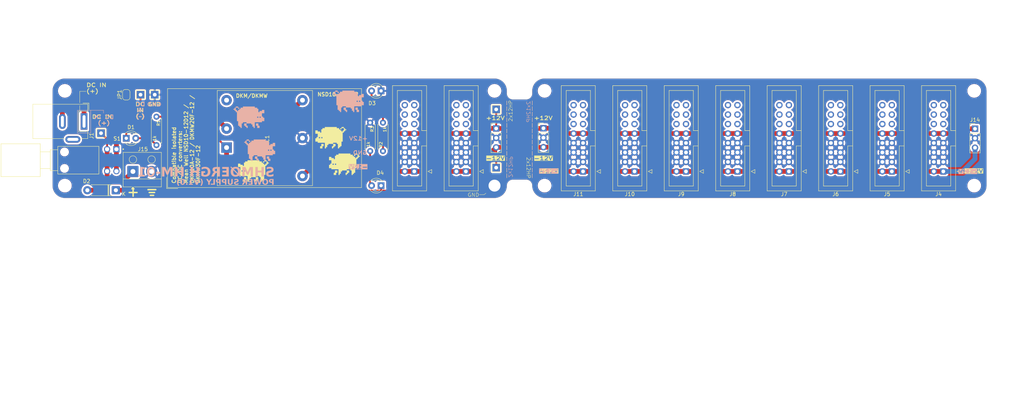
<source format=kicad_pcb>
(kicad_pcb (version 20241229) (generator "pcbnew") (generator_version "9.0")
  (layers (0 "F.Cu" signal) (2 "B.Cu" signal) (13 "F.Paste" user) (15 "B.Paste" user) (5 "F.SilkS" user "F.Silkscreen") (7 "B.SilkS" user "B.Silkscreen") (1 "F.Mask" user) (3 "B.Mask" user) (25 "Edge.Cuts" user))
  (net 0 "")
  (net 1 "DC_IN_-")
  (net 2 "Net-(D1-A)")
  (net 3 "GND")
  (net 4 "+12V")
  (net 5 "DC_IN_+")
  (net 7 "-12V")
  (net 9 "Net-(J1-Pad1)")
  (net 70 "Net-(D2-A)")
  (net 71 "Net-(D3-A)")
  (net 72 "Net-(D4-A)")
  (footprint "Shmoergh_Custom_Footprints:Converter_DCDC_MeanWell_NSD10_DKMW_THT" (layer "F.Cu") (at 73.58 98.5025 90)
    (property "Reference" "IC1" (at 2.1095 10.875 90) (layer "F.SilkS"))
    (property "Value" "ISOLATED_DC-DC_CONV")
    (fp_text user "DKM/DKMW" (at 13.2855 2.366 0) (layer "F.SilkS") (effects (font (thickness 0.2) (bold yes)) (justify left bottom)))
    (fp_text user "NSD10-12D12" (at 13.6665 24.21 0) (layer "F.SilkS") (effects (font (thickness 0.2) (bold yes)) (justify left bottom)))
    (pad "1" thru_hole rect (at 0 0 90) (size 2.8 2.8) (drill 1.3) (layers "*.Cu" "*.Mask") (net 5 "DC_IN_+"))
    (pad "2" thru_hole circle (at 5.08 0 90) (size 2.8 2.8) (drill 1.3) (layers "*.Cu" "*.Mask") (net 1 "DC_IN_-"))
    (pad "3" thru_hole circle (at -7.62 20.32 90) (size 2.8 2.8) (drill 1.3) (layers "*.Cu" "*.Mask") (net 4 "+12V"))
    (pad "4" thru_hole circle (at 2.54 20.32 90) (size 2.8 2.8) (drill 1.3) (layers "*.Cu" "*.Mask") (net 3 "GND"))
    (pad "5" thru_hole circle (at 12.7 20.32 90) (size 2.8 2.8) (drill 1.3) (layers "*.Cu" "*.Mask") (net 7 "-12V"))
    (pad "6" thru_hole circle (at 12.7 0 90) (size 2.8 2.8) (drill 1.3) (layers "*.Cu" "*.Mask"))
  )
  (footprint "MountingHole:MountingHole_3.2mm_M3_DIN965" (layer "F.Cu") (at 273.7 108.7)
    (property "Reference" "H6" (hide yes))
    (property "Value" "MountingHole")
    (pad "" np_thru_hole circle (at 0 0) (size 3.2 3.2) (drill 3.2) (layers "*.Cu" "*.Mask"))
  )
  (footprint "Connector_IDC:IDC-Header_2x08_P2.54mm_Vertical" (layer "F.Cu") (at 210.327143 104.89 180)
    (property "Reference" "J8" (at 1.27 -6.1 0) (layer "F.SilkS"))
    (property "Value" "Conn_02x08_Odd_Even")
    (pad "1" thru_hole roundrect (at 0 0 180) (size 1.7 1.7) (drill 1) (layers "*.Cu" "*.Mask") (roundrect_rratio 0.147059) (net 7 "-12V"))
    (pad "2" thru_hole circle (at 2.54 0 180) (size 1.7 1.7) (drill 1) (layers "*.Cu" "*.Mask") (net 7 "-12V"))
    (pad "3" thru_hole circle (at 0 2.54 180) (size 1.7 1.7) (drill 1) (layers "*.Cu" "*.Mask") (net 3 "GND"))
    (pad "4" thru_hole circle (at 2.54 2.54 180) (size 1.7 1.7) (drill 1) (layers "*.Cu" "*.Mask") (net 3 "GND"))
    (pad "5" thru_hole circle (at 0 5.08 180) (size 1.7 1.7) (drill 1) (layers "*.Cu" "*.Mask") (net 3 "GND"))
    (pad "6" thru_hole circle (at 2.54 5.08 180) (size 1.7 1.7) (drill 1) (layers "*.Cu" "*.Mask") (net 3 "GND"))
    (pad "7" thru_hole circle (at 0 7.62 180) (size 1.7 1.7) (drill 1) (layers "*.Cu" "*.Mask") (net 3 "GND"))
    (pad "8" thru_hole circle (at 2.54 7.62 180) (size 1.7 1.7) (drill 1) (layers "*.Cu" "*.Mask") (net 3 "GND"))
    (pad "9" thru_hole circle (at 0 10.16 180) (size 1.7 1.7) (drill 1) (layers "*.Cu" "*.Mask") (net 4 "+12V"))
    (pad "10" thru_hole circle (at 2.54 10.16 180) (size 1.7 1.7) (drill 1) (layers "*.Cu" "*.Mask") (net 4 "+12V"))
    (pad "11" thru_hole circle (at 0 12.7 180) (size 1.7 1.7) (drill 1) (layers "*.Cu" "*.Mask"))
    (pad "12" thru_hole circle (at 2.54 12.7 180) (size 1.7 1.7) (drill 1) (layers "*.Cu" "*.Mask"))
    (pad "13" thru_hole circle (at 0 15.24 180) (size 1.7 1.7) (drill 1) (layers "*.Cu" "*.Mask"))
    (pad "14" thru_hole circle (at 2.54 15.24 180) (size 1.7 1.7) (drill 1) (layers "*.Cu" "*.Mask"))
    (pad "15" thru_hole circle (at 0 17.78 180) (size 1.7 1.7) (drill 1) (layers "*.Cu" "*.Mask"))
    (pad "16" thru_hole circle (at 2.54 17.78 180) (size 1.7 1.7) (drill 1) (layers "*.Cu" "*.Mask"))
  )
  (footprint "Connector_PinHeader_2.54mm:PinHeader_1x03_P2.54mm_Vertical" (layer "F.Cu") (at 273.9136 93.46)
    (property "Reference" "J14" (at 0 -2.38 0) (layer "F.SilkS"))
    (property "Value" "Conn_01x03")
    (pad "1" thru_hole rect (at 0 0) (size 1.7 1.7) (drill 1) (layers "*.Cu" "*.Mask") (net 4 "+12V"))
    (pad "2" thru_hole circle (at 0 2.54) (size 1.7 1.7) (drill 1) (layers "*.Cu" "*.Mask") (net 3 "GND"))
    (pad "3" thru_hole circle (at 0 5.08) (size 1.7 1.7) (drill 1) (layers "*.Cu" "*.Mask") (net 7 "-12V"))
  )
  (footprint "Shmoergh_Custom_Footprints:R_Axial_DIN0207_L6.3mm_D2.5mm_P7.62mm_Horizontal" (layer "F.Cu") (at 115.443 99.441 90)
    (property "Reference" "R2" (at 0.85 -0.55 90) (layer "F.SilkS") (effects (font (size 0.8 0.8)) (justify left)))
    (property "Value" "1k" (at 6.6 0.5 90) (layer "F.SilkS") (effects (font (size 0.8 0.8)) (justify right)))
    (pad "1" thru_hole circle (at 0 0 90) (size 1.6 1.6) (drill 0.8) (layers "*.Cu" "*.Mask") (net 4 "+12V"))
    (pad "2" thru_hole oval (at 7.62 0 90) (size 1.6 1.6) (drill 0.8) (layers "*.Cu" "*.Mask") (net 71 "Net-(D3-A)"))
  )
  (footprint "Shmoergh_Custom_Footprints:R_Axial_DIN0207_L6.3mm_D2.5mm_P7.62mm_Horizontal" (layer "F.Cu") (at 54.8132 90.2208 -90)
    (property "Reference" "R1" (at 0.85 -0.55 90) (layer "F.SilkS") (effects (font (size 0.8 0.8)) (justify right)))
    (property "Value" "1k" (at 6.6 0.5 90) (layer "F.SilkS") (effects (font (size 0.8 0.8)) (justify left)))
    (pad "1" thru_hole circle (at 0 0 270) (size 1.6 1.6) (drill 0.8) (layers "*.Cu" "*.Mask") (net 5 "DC_IN_+"))
    (pad "2" thru_hole oval (at 7.62 0 270) (size 1.6 1.6) (drill 0.8) (layers "*.Cu" "*.Mask") (net 2 "Net-(D1-A)"))
  )
  (footprint "Shmoergh_Logo:Gyeszno" (layer "F.Cu") (at 80.772 104.775)
    (property "Reference" "G***" (hide yes))
    (property "Value" "LOGO" (hide yes))
  )
  (footprint "MountingHole:MountingHole_3.2mm_M3_DIN965" (layer "F.Cu") (at 273.7 83.3)
    (property "Reference" "H2" (hide yes))
    (property "Value" "MountingHole")
    (pad "" np_thru_hole circle (at 0 0) (size 3.2 3.2) (drill 3.2) (layers "*.Cu" "*.Mask"))
  )
  (footprint "MountingHole:MountingHole_3.2mm_M3_DIN965_Pad" (layer "F.Cu") (at 145.3 108.7)
    (property "Reference" "H9" (hide yes))
    (property "Value" "MountingHole_Pad")
    (pad "1" thru_hole circle (at 0 0) (size 5.6 5.6) (drill 3.2) (layers "*.Cu" "*.Mask") (net 3 "GND"))
  )
  (footprint "Connector_BarrelJack:BarrelJack_Wuerth_6941xx301002" (layer "F.Cu") (at 35.432 91.5 -90)
    (property "Reference" "J1" (at 3.8516 -2.0076 270) (layer "F.SilkS"))
    (property "Value" "Barrel_Jack_Switch")
    (pad "1" thru_hole rect (at 0 0 270) (size 4.4 1.8) (drill oval 3.4 0.8) (layers "*.Cu" "*.Mask") (net 9 "Net-(J1-Pad1)"))
    (pad "2" thru_hole oval (at 0 5.8 270) (size 4 1.8) (drill oval 3 0.8) (layers "*.Cu" "*.Mask") (net 1 "DC_IN_-"))
    (pad "3" thru_hole oval (at 4.8 3) (size 4 1.8) (drill oval 3 0.8) (layers "*.Cu" "*.Mask"))
  )
  (footprint "LED_THT:LED_D3.0mm" (layer "F.Cu") (at 114.935 83.3 180)
    (property "Reference" "D3" (at 2.413 -3.314 0) (layer "F.SilkS"))
    (property "Value" "LED")
    (pad "1" thru_hole rect (at 0 0 180) (size 1.8 1.8) (drill 0.9) (layers "*.Cu" "*.Mask") (net 3 "GND"))
    (pad "2" thru_hole circle (at 2.54 0 180) (size 1.8 1.8) (drill 0.9) (layers "*.Cu" "*.Mask") (net 71 "Net-(D3-A)"))
  )
  (footprint "Connector_IDC:IDC-Header_2x08_P2.54mm_Vertical" (layer "F.Cu") (at 224.102857 104.89 180)
    (property "Reference" "J7" (at 1.27 -6.1 0) (layer "F.SilkS"))
    (property "Value" "Conn_02x08_Odd_Even")
    (pad "1" thru_hole roundrect (at 0 0 180) (size 1.7 1.7) (drill 1) (layers "*.Cu" "*.Mask") (roundrect_rratio 0.147059) (net 7 "-12V"))
    (pad "2" thru_hole circle (at 2.54 0 180) (size 1.7 1.7) (drill 1) (layers "*.Cu" "*.Mask") (net 7 "-12V"))
    (pad "3" thru_hole circle (at 0 2.54 180) (size 1.7 1.7) (drill 1) (layers "*.Cu" "*.Mask") (net 3 "GND"))
    (pad "4" thru_hole circle (at 2.54 2.54 180) (size 1.7 1.7) (drill 1) (layers "*.Cu" "*.Mask") (net 3 "GND"))
    (pad "5" thru_hole circle (at 0 5.08 180) (size 1.7 1.7) (drill 1) (layers "*.Cu" "*.Mask") (net 3 "GND"))
    (pad "6" thru_hole circle (at 2.54 5.08 180) (size 1.7 1.7) (drill 1) (layers "*.Cu" "*.Mask") (net 3 "GND"))
    (pad "7" thru_hole circle (at 0 7.62 180) (size 1.7 1.7) (drill 1) (layers "*.Cu" "*.Mask") (net 3 "GND"))
    (pad "8" thru_hole circle (at 2.54 7.62 180) (size 1.7 1.7) (drill 1) (layers "*.Cu" "*.Mask") (net 3 "GND"))
    (pad "9" thru_hole circle (at 0 10.16 180) (size 1.7 1.7) (drill 1) (layers "*.Cu" "*.Mask") (net 4 "+12V"))
    (pad "10" thru_hole circle (at 2.54 10.16 180) (size 1.7 1.7) (drill 1) (layers "*.Cu" "*.Mask") (net 4 "+12V"))
    (pad "11" thru_hole circle (at 0 12.7 180) (size 1.7 1.7) (drill 1) (layers "*.Cu" "*.Mask"))
    (pad "12" thru_hole circle (at 2.54 12.7 180) (size 1.7 1.7) (drill 1) (layers "*.Cu" "*.Mask"))
    (pad "13" thru_hole circle (at 0 15.24 180) (size 1.7 1.7) (drill 1) (layers "*.Cu" "*.Mask"))
    (pad "14" thru_hole circle (at 2.54 15.24 180) (size 1.7 1.7) (drill 1) (layers "*.Cu" "*.Mask"))
    (pad "15" thru_hole circle (at 0 17.78 180) (size 1.7 1.7) (drill 1) (layers "*.Cu" "*.Mask"))
    (pad "16" thru_hole circle (at 2.54 17.78 180) (size 1.7 1.7) (drill 1) (layers "*.Cu" "*.Mask"))
  )
  (footprint "LED_THT:LED_D3.0mm" (layer "F.Cu") (at 46.73 96)
    (property "Reference" "D1" (at 1.27 -2.96 0) (layer "F.SilkS"))
    (property "Value" "LED")
    (pad "1" thru_hole rect (at 0 0) (size 1.8 1.8) (drill 0.9) (layers "*.Cu" "*.Mask") (net 1 "DC_IN_-"))
    (pad "2" thru_hole circle (at 2.54 0) (size 1.8 1.8) (drill 0.9) (layers "*.Cu" "*.Mask") (net 2 "Net-(D1-A)"))
  )
  (footprint "Diode_THT:D_DO-41_SOD81_P7.62mm_Horizontal" (layer "F.Cu") (at 43.942 109.9312 180)
    (property "Reference" "D2" (at 7.8232 2.4384 0) (layer "F.SilkS"))
    (property "Value" "1N4001")
    (fp_text user "K" (at -2.1336 -1.016 0) (layer "F.SilkS"))
    (pad "1" thru_hole roundrect (at 0 0 180) (size 2.2 2.2) (drill 1.1) (layers "*.Cu" "*.Mask") (roundrect_rratio 0.113636) (net 5 "DC_IN_+"))
    (pad "2" thru_hole circle (at 7.62 0 180) (size 2.2 2.2) (drill 1.1) (layers "*.Cu" "*.Mask") (net 70 "Net-(D2-A)"))
  )
  (footprint "Shmoergh_Logo:Gyeszno" (layer "F.Cu") (at 101.473 95.8596)
    (property "Reference" "G***" (hide yes))
    (property "Value" "LOGO" (hide yes))
  )
  (footprint "Connector_IDC:IDC-Header_2x08_P2.54mm_Vertical" (layer "F.Cu") (at 196.551429 104.89 180)
    (property "Reference" "J9" (at 1.27 -6.1 0) (layer "F.SilkS"))
    (property "Value" "Conn_02x08_Odd_Even")
    (pad "1" thru_hole roundrect (at 0 0 180) (size 1.7 1.7) (drill 1) (layers "*.Cu" "*.Mask") (roundrect_rratio 0.147059) (net 7 "-12V"))
    (pad "2" thru_hole circle (at 2.54 0 180) (size 1.7 1.7) (drill 1) (layers "*.Cu" "*.Mask") (net 7 "-12V"))
    (pad "3" thru_hole circle (at 0 2.54 180) (size 1.7 1.7) (drill 1) (layers "*.Cu" "*.Mask") (net 3 "GND"))
    (pad "4" thru_hole circle (at 2.54 2.54 180) (size 1.7 1.7) (drill 1) (layers "*.Cu" "*.Mask") (net 3 "GND"))
    (pad "5" thru_hole circle (at 0 5.08 180) (size 1.7 1.7) (drill 1) (layers "*.Cu" "*.Mask") (net 3 "GND"))
    (pad "6" thru_hole circle (at 2.54 5.08 180) (size 1.7 1.7) (drill 1) (layers "*.Cu" "*.Mask") (net 3 "GND"))
    (pad "7" thru_hole circle (at 0 7.62 180) (size 1.7 1.7) (drill 1) (layers "*.Cu" "*.Mask") (net 3 "GND"))
    (pad "8" thru_hole circle (at 2.54 7.62 180) (size 1.7 1.7) (drill 1) (layers "*.Cu" "*.Mask") (net 3 "GND"))
    (pad "9" thru_hole circle (at 0 10.16 180) (size 1.7 1.7) (drill 1) (layers "*.Cu" "*.Mask") (net 4 "+12V"))
    (pad "10" thru_hole circle (at 2.54 10.16 180) (size 1.7 1.7) (drill 1) (layers "*.Cu" "*.Mask") (net 4 "+12V"))
    (pad "11" thru_hole circle (at 0 12.7 180) (size 1.7 1.7) (drill 1) (layers "*.Cu" "*.Mask"))
    (pad "12" thru_hole circle (at 2.54 12.7 180) (size 1.7 1.7) (drill 1) (layers "*.Cu" "*.Mask"))
    (pad "13" thru_hole circle (at 0 15.24 180) (size 1.7 1.7) (drill 1) (layers "*.Cu" "*.Mask"))
    (pad "14" thru_hole circle (at 2.54 15.24 180) (size 1.7 1.7) (drill 1) (layers "*.Cu" "*.Mask"))
    (pad "15" thru_hole circle (at 0 17.78 180) (size 1.7 1.7) (drill 1) (layers "*.Cu" "*.Mask"))
    (pad "16" thru_hole circle (at 2.54 17.78 180) (size 1.7 1.7) (drill 1) (layers "*.Cu" "*.Mask"))
  )
  (footprint "Shmoergh_Custom_Footprints:R_Axial_DIN0207_L6.3mm_D2.5mm_P7.62mm_Horizontal" (layer "F.Cu") (at 112.014 91.821 -90)
    (property "Reference" "R3" (at 0.85 -0.55 90) (layer "F.SilkS") (effects (font (size 0.8 0.8)) (justify right)))
    (property "Value" "1k" (at 6.6 0.5 90) (layer "F.SilkS") (effects (font (size 0.8 0.8)) (justify left)))
    (pad "1" thru_hole circle (at 0 0 270) (size 1.6 1.6) (drill 0.8) (layers "*.Cu" "*.Mask") (net 3 "GND"))
    (pad "2" thru_hole oval (at 7.62 0 270) (size 1.6 1.6) (drill 0.8) (layers "*.Cu" "*.Mask") (net 72 "Net-(D4-A)"))
  )
  (footprint "TestPoint:TestPoint_THTPad_2.0x2.0mm_Drill1.0mm" (layer "F.Cu") (at 50.546 84.328)
    (property "Reference" "TP2" (hide yes))
    (property "Value" "TestPoint")
    (pad "1" thru_hole rect (at 0 0) (size 2 2) (drill 1) (layers "*.Cu" "*.Mask") (net 1 "DC_IN_-"))
  )
  (footprint "MountingHole:MountingHole_3.2mm_M3_DIN965" (layer "F.Cu") (at 145.3 83.3)
    (property "Reference" "H5" (hide yes))
    (property "Value" "MountingHole")
    (pad "" np_thru_hole circle (at 0 0) (size 3.2 3.2) (drill 3.2) (layers "*.Cu" "*.Mask"))
  )
  (footprint "TestPoint:TestPoint_THTPad_2.0x2.0mm_Drill1.0mm" (layer "F.Cu") (at 145.7452 88.265)
    (property "Reference" "TP4" (hide yes))
    (property "Value" "TestPoint")
    (pad "1" thru_hole rect (at 0 0) (size 2 2) (drill 1) (layers "*.Cu" "*.Mask") (net 4 "+12V"))
  )
  (footprint "Connector_IDC:IDC-Header_2x08_P2.54mm_Vertical" (layer "F.Cu") (at 237.878571 104.89 180)
    (property "Reference" "J6" (at 1.27 -6.1 0) (layer "F.SilkS"))
    (property "Value" "Conn_02x08_Odd_Even")
    (pad "1" thru_hole roundrect (at 0 0 180) (size 1.7 1.7) (drill 1) (layers "*.Cu" "*.Mask") (roundrect_rratio 0.147059) (net 7 "-12V"))
    (pad "2" thru_hole circle (at 2.54 0 180) (size 1.7 1.7) (drill 1) (layers "*.Cu" "*.Mask") (net 7 "-12V"))
    (pad "3" thru_hole circle (at 0 2.54 180) (size 1.7 1.7) (drill 1) (layers "*.Cu" "*.Mask") (net 3 "GND"))
    (pad "4" thru_hole circle (at 2.54 2.54 180) (size 1.7 1.7) (drill 1) (layers "*.Cu" "*.Mask") (net 3 "GND"))
    (pad "5" thru_hole circle (at 0 5.08 180) (size 1.7 1.7) (drill 1) (layers "*.Cu" "*.Mask") (net 3 "GND"))
    (pad "6" thru_hole circle (at 2.54 5.08 180) (size 1.7 1.7) (drill 1) (layers "*.Cu" "*.Mask") (net 3 "GND"))
    (pad "7" thru_hole circle (at 0 7.62 180) (size 1.7 1.7) (drill 1) (layers "*.Cu" "*.Mask") (net 3 "GND"))
    (pad "8" thru_hole circle (at 2.54 7.62 180) (size 1.7 1.7) (drill 1) (layers "*.Cu" "*.Mask") (net 3 "GND"))
    (pad "9" thru_hole circle (at 0 10.16 180) (size 1.7 1.7) (drill 1) (layers "*.Cu" "*.Mask") (net 4 "+12V"))
    (pad "10" thru_hole circle (at 2.54 10.16 180) (size 1.7 1.7) (drill 1) (layers "*.Cu" "*.Mask") (net 4 "+12V"))
    (pad "11" thru_hole circle (at 0 12.7 180) (size 1.7 1.7) (drill 1) (layers "*.Cu" "*.Mask"))
    (pad "12" thru_hole circle (at 2.54 12.7 180) (size 1.7 1.7) (drill 1) (layers "*.Cu" "*.Mask"))
    (pad "13" thru_hole circle (at 0 15.24 180) (size 1.7 1.7) (drill 1) (layers "*.Cu" "*.Mask"))
    (pad "14" thru_hole circle (at 2.54 15.24 180) (size 1.7 1.7) (drill 1) (layers "*.Cu" "*.Mask"))
    (pad "15" thru_hole circle (at 0 17.78 180) (size 1.7 1.7) (drill 1) (layers "*.Cu" "*.Mask"))
    (pad "16" thru_hole circle (at 2.54 17.78 180) (size 1.7 1.7) (drill 1) (layers "*.Cu" "*.Mask"))
  )
  (footprint "Connector_IDC:IDC-Header_2x08_P2.54mm_Vertical" (layer "F.Cu") (at 169 104.89 180)
    (property "Reference" "J11" (at 1.27 -6.1 0) (layer "F.SilkS"))
    (property "Value" "Conn_02x08_Odd_Even")
    (pad "1" thru_hole roundrect (at 0 0 180) (size 1.7 1.7) (drill 1) (layers "*.Cu" "*.Mask") (roundrect_rratio 0.147059) (net 7 "-12V"))
    (pad "2" thru_hole circle (at 2.54 0 180) (size 1.7 1.7) (drill 1) (layers "*.Cu" "*.Mask") (net 7 "-12V"))
    (pad "3" thru_hole circle (at 0 2.54 180) (size 1.7 1.7) (drill 1) (layers "*.Cu" "*.Mask") (net 3 "GND"))
    (pad "4" thru_hole circle (at 2.54 2.54 180) (size 1.7 1.7) (drill 1) (layers "*.Cu" "*.Mask") (net 3 "GND"))
    (pad "5" thru_hole circle (at 0 5.08 180) (size 1.7 1.7) (drill 1) (layers "*.Cu" "*.Mask") (net 3 "GND"))
    (pad "6" thru_hole circle (at 2.54 5.08 180) (size 1.7 1.7) (drill 1) (layers "*.Cu" "*.Mask") (net 3 "GND"))
    (pad "7" thru_hole circle (at 0 7.62 180) (size 1.7 1.7) (drill 1) (layers "*.Cu" "*.Mask") (net 3 "GND"))
    (pad "8" thru_hole circle (at 2.54 7.62 180) (size 1.7 1.7) (drill 1) (layers "*.Cu" "*.Mask") (net 3 "GND"))
    (pad "9" thru_hole circle (at 0 10.16 180) (size 1.7 1.7) (drill 1) (layers "*.Cu" "*.Mask") (net 4 "+12V"))
    (pad "10" thru_hole circle (at 2.54 10.16 180) (size 1.7 1.7) (drill 1) (layers "*.Cu" "*.Mask") (net 4 "+12V"))
    (pad "11" thru_hole circle (at 0 12.7 180) (size 1.7 1.7) (drill 1) (layers "*.Cu" "*.Mask"))
    (pad "12" thru_hole circle (at 2.54 12.7 180) (size 1.7 1.7) (drill 1) (layers "*.Cu" "*.Mask"))
    (pad "13" thru_hole circle (at 0 15.24 180) (size 1.7 1.7) (drill 1) (layers "*.Cu" "*.Mask"))
    (pad "14" thru_hole circle (at 2.54 15.24 180) (size 1.7 1.7) (drill 1) (layers "*.Cu" "*.Mask"))
    (pad "15" thru_hole circle (at 0 17.78 180) (size 1.7 1.7) (drill 1) (layers "*.Cu" "*.Mask"))
    (pad "16" thru_hole circle (at 2.54 17.78 180) (size 1.7 1.7) (drill 1) (layers "*.Cu" "*.Mask"))
  )
  (footprint "Connector_IDC:IDC-Header_2x08_P2.54mm_Vertical" (layer "F.Cu") (at 182.775714 104.89 180)
    (property "Reference" "J10" (at 1.27 -6.1 0) (layer "F.SilkS"))
    (property "Value" "Conn_02x08_Odd_Even")
    (pad "1" thru_hole roundrect (at 0 0 180) (size 1.7 1.7) (drill 1) (layers "*.Cu" "*.Mask") (roundrect_rratio 0.147059) (net 7 "-12V"))
    (pad "2" thru_hole circle (at 2.54 0 180) (size 1.7 1.7) (drill 1) (layers "*.Cu" "*.Mask") (net 7 "-12V"))
    (pad "3" thru_hole circle (at 0 2.54 180) (size 1.7 1.7) (drill 1) (layers "*.Cu" "*.Mask") (net 3 "GND"))
    (pad "4" thru_hole circle (at 2.54 2.54 180) (size 1.7 1.7) (drill 1) (layers "*.Cu" "*.Mask") (net 3 "GND"))
    (pad "5" thru_hole circle (at 0 5.08 180) (size 1.7 1.7) (drill 1) (layers "*.Cu" "*.Mask") (net 3 "GND"))
    (pad "6" thru_hole circle (at 2.54 5.08 180) (size 1.7 1.7) (drill 1) (layers "*.Cu" "*.Mask") (net 3 "GND"))
    (pad "7" thru_hole circle (at 0 7.62 180) (size 1.7 1.7) (drill 1) (layers "*.Cu" "*.Mask") (net 3 "GND"))
    (pad "8" thru_hole circle (at 2.54 7.62 180) (size 1.7 1.7) (drill 1) (layers "*.Cu" "*.Mask") (net 3 "GND"))
    (pad "9" thru_hole circle (at 0 10.16 180) (size 1.7 1.7) (drill 1) (layers "*.Cu" "*.Mask") (net 4 "+12V"))
    (pad "10" thru_hole circle (at 2.54 10.16 180) (size 1.7 1.7) (drill 1) (layers "*.Cu" "*.Mask") (net 4 "+12V"))
    (pad "11" thru_hole circle (at 0 12.7 180) (size 1.7 1.7) (drill 1) (layers "*.Cu" "*.Mask"))
    (pad "12" thru_hole circle (at 2.54 12.7 180) (size 1.7 1.7) (drill 1) (layers "*.Cu" "*.Mask"))
    (pad "13" thru_hole circle (at 0 15.24 180) (size 1.7 1.7) (drill 1) (layers "*.Cu" "*.Mask"))
    (pad "14" thru_hole circle (at 2.54 15.24 180) (size 1.7 1.7) (drill 1) (layers "*.Cu" "*.Mask"))
    (pad "15" thru_hole circle (at 0 17.78 180) (size 1.7 1.7) (drill 1) (layers "*.Cu" "*.Mask"))
    (pad "16" thru_hole circle (at 2.54 17.78 180) (size 1.7 1.7) (drill 1) (layers "*.Cu" "*.Mask"))
  )
  (footprint "Connector_PinHeader_2.54mm:PinHeader_1x03_P2.54mm_Vertical" (layer "F.Cu") (at 145.7452 93.3704)
    (property "Reference" "J12" (hide yes))
    (property "Value" "Conn_01x03")
    (pad "1" thru_hole rect (at 0 0) (size 1.7 1.7) (drill 1) (layers "*.Cu" "*.Mask") (net 4 "+12V"))
    (pad "2" thru_hole circle (at 0 2.54) (size 1.7 1.7) (drill 1) (layers "*.Cu" "*.Mask") (net 3 "GND"))
    (pad "3" thru_hole circle (at 0 5.08) (size 1.7 1.7) (drill 1) (layers "*.Cu" "*.Mask") (net 7 "-12V"))
  )
  (footprint "MountingHole:MountingHole_3.2mm_M3_DIN965" (layer "F.Cu") (at 30.3 108.7)
    (property "Reference" "H4" (hide yes))
    (property "Value" "MountingHole")
    (pad "" np_thru_hole circle (at 0 0) (size 3.2 3.2) (drill 3.2) (layers "*.Cu" "*.Mask"))
  )
  (footprint "TerminalBlock_Altech:Altech_AK100_1x02_P5.00mm" (layer "F.Cu") (at 48.5149 104.9057)
    (property "Reference" "J15" (at 2.6661 -5.9727 0) (layer "F.SilkS"))
    (property "Value" "Screw_Terminal_01x02")
    (pad "1" thru_hole roundrect (at 0 0) (size 3 3) (drill 1.3) (layers "*.Cu" "*.Mask") (roundrect_rratio 0.083333) (net 70 "Net-(D2-A)"))
    (pad "2" thru_hole circle (at 5 0) (size 3 3) (drill 1.3) (layers "*.Cu" "*.Mask") (net 3 "GND"))
  )
  (footprint "Connector_IDC:IDC-Header_2x08_P2.54mm_Vertical" (layer "F.Cu") (at 265.43 104.89 180)
    (property "Reference" "J4" (at 1.27 -6.1 0) (layer "F.SilkS"))
    (property "Value" "Conn_02x08_Odd_Even")
    (pad "1" thru_hole roundrect (at 0 0 180) (size 1.7 1.7) (drill 1) (layers "*.Cu" "*.Mask") (roundrect_rratio 0.147059) (net 7 "-12V"))
    (pad "2" thru_hole circle (at 2.54 0 180) (size 1.7 1.7) (drill 1) (layers "*.Cu" "*.Mask") (net 7 "-12V"))
    (pad "3" thru_hole circle (at 0 2.54 180) (size 1.7 1.7) (drill 1) (layers "*.Cu" "*.Mask") (net 3 "GND"))
    (pad "4" thru_hole circle (at 2.54 2.54 180) (size 1.7 1.7) (drill 1) (layers "*.Cu" "*.Mask") (net 3 "GND"))
    (pad "5" thru_hole circle (at 0 5.08 180) (size 1.7 1.7) (drill 1) (layers "*.Cu" "*.Mask") (net 3 "GND"))
    (pad "6" thru_hole circle (at 2.54 5.08 180) (size 1.7 1.7) (drill 1) (layers "*.Cu" "*.Mask") (net 3 "GND"))
    (pad "7" thru_hole circle (at 0 7.62 180) (size 1.7 1.7) (drill 1) (layers "*.Cu" "*.Mask") (net 3 "GND"))
    (pad "8" thru_hole circle (at 2.54 7.62 180) (size 1.7 1.7) (drill 1) (layers "*.Cu" "*.Mask") (net 3 "GND"))
    (pad "9" thru_hole circle (at 0 10.16 180) (size 1.7 1.7) (drill 1) (layers "*.Cu" "*.Mask") (net 4 "+12V"))
    (pad "10" thru_hole circle (at 2.54 10.16 180) (size 1.7 1.7) (drill 1) (layers "*.Cu" "*.Mask") (net 4 "+12V"))
    (pad "11" thru_hole circle (at 0 12.7 180) (size 1.7 1.7) (drill 1) (layers "*.Cu" "*.Mask"))
    (pad "12" thru_hole circle (at 2.54 12.7 180) (size 1.7 1.7) (drill 1) (layers "*.Cu" "*.Mask"))
    (pad "13" thru_hole circle (at 0 15.24 180) (size 1.7 1.7) (drill 1) (layers "*.Cu" "*.Mask"))
    (pad "14" thru_hole circle (at 2.54 15.24 180) (size 1.7 1.7) (drill 1) (layers "*.Cu" "*.Mask"))
    (pad "15" thru_hole circle (at 0 17.78 180) (size 1.7 1.7) (drill 1) (layers "*.Cu" "*.Mask"))
    (pad "16" thru_hole circle (at 2.54 17.78 180) (size 1.7 1.7) (drill 1) (layers "*.Cu" "*.Mask"))
  )
  (footprint "LED_THT:LED_D3.0mm" (layer "F.Cu") (at 114.935 108.7 180)
    (property "Reference" "D4" (at 0.229039 3.417 0) (layer "F.SilkS"))
    (property "Value" "LED")
    (pad "1" thru_hole rect (at 0 0 180) (size 1.8 1.8) (drill 0.9) (layers "*.Cu" "*.Mask") (net 7 "-12V"))
    (pad "2" thru_hole circle (at 2.54 0 180) (size 1.8 1.8) (drill 0.9) (layers "*.Cu" "*.Mask") (net 72 "Net-(D4-A)"))
  )
  (footprint "Connector_IDC:IDC-Header_2x08_P2.54mm_Vertical" (layer "F.Cu") (at 137.641 104.89 180)
    (property "Reference" "J2" (hide yes))
    (property "Value" "Conn_02x08_Odd_Even")
    (pad "1" thru_hole roundrect (at 0 0 180) (size 1.7 1.7) (drill 1) (layers "*.Cu" "*.Mask") (roundrect_rratio 0.147059) (net 7 "-12V"))
    (pad "2" thru_hole circle (at 2.54 0 180) (size 1.7 1.7) (drill 1) (layers "*.Cu" "*.Mask") (net 7 "-12V"))
    (pad "3" thru_hole circle (at 0 2.54 180) (size 1.7 1.7) (drill 1) (layers "*.Cu" "*.Mask") (net 3 "GND"))
    (pad "4" thru_hole circle (at 2.54 2.54 180) (size 1.7 1.7) (drill 1) (layers "*.Cu" "*.Mask") (net 3 "GND"))
    (pad "5" thru_hole circle (at 0 5.08 180) (size 1.7 1.7) (drill 1) (layers "*.Cu" "*.Mask") (net 3 "GND"))
    (pad "6" thru_hole circle (at 2.54 5.08 180) (size 1.7 1.7) (drill 1) (layers "*.Cu" "*.Mask") (net 3 "GND"))
    (pad "7" thru_hole circle (at 0 7.62 180) (size 1.7 1.7) (drill 1) (layers "*.Cu" "*.Mask") (net 3 "GND"))
    (pad "8" thru_hole circle (at 2.54 7.62 180) (size 1.7 1.7) (drill 1) (layers "*.Cu" "*.Mask") (net 3 "GND"))
    (pad "9" thru_hole circle (at 0 10.16 180) (size 1.7 1.7) (drill 1) (layers "*.Cu" "*.Mask") (net 4 "+12V"))
    (pad "10" thru_hole circle (at 2.54 10.16 180) (size 1.7 1.7) (drill 1) (layers "*.Cu" "*.Mask") (net 4 "+12V"))
    (pad "11" thru_hole circle (at 0 12.7 180) (size 1.7 1.7) (drill 1) (layers "*.Cu" "*.Mask"))
    (pad "12" thru_hole circle (at 2.54 12.7 180) (size 1.7 1.7) (drill 1) (layers "*.Cu" "*.Mask"))
    (pad "13" thru_hole circle (at 0 15.24 180) (size 1.7 1.7) (drill 1) (layers "*.Cu" "*.Mask"))
    (pad "14" thru_hole circle (at 2.54 15.24 180) (size 1.7 1.7) (drill 1) (layers "*.Cu" "*.Mask"))
    (pad "15" thru_hole circle (at 0 17.78 180) (size 1.7 1.7) (drill 1) (layers "*.Cu" "*.Mask"))
    (pad "16" thru_hole circle (at 2.54 17.78 180) (size 1.7 1.7) (drill 1) (layers "*.Cu" "*.Mask"))
  )
  (footprint "TestPoint:TestPoint_THTPad_2.0x2.0mm_Drill1.0mm" (layer "F.Cu") (at 145.7452 103.886)
    (property "Reference" "TP5" (hide yes))
    (property "Value" "TestPoint")
    (pad "1" thru_hole rect (at 0 0) (size 2 2) (drill 1) (layers "*.Cu" "*.Mask") (net 7 "-12V"))
  )
  (footprint "Shmoergh_Custom_Footprints:SW_PB400EEQR1BLK" (layer "F.Cu") (at 42.85 101.883 180)
    (property "Reference" "S1" (at -1.3968 5.7694 180) (layer "F.SilkS"))
    (property "Value" "PB400EEQR1BLK")
    (pad "" np_thru_hole circle (at 12.65 -2.2 180) (size 1.9 1.9) (drill 1.9) (layers "*.Cu" "*.Mask"))
    (pad "" np_thru_hole circle (at 12.65 2.2 180) (size 1.9 1.9) (drill 1.9) (layers "*.Cu" "*.Mask"))
    (pad "1" thru_hole rect (at -1.25 2.95 180) (size 1.65 1.65) (drill 1.1) (layers "*.Cu" "*.Mask") (net 9 "Net-(J1-Pad1)"))
    (pad "2" thru_hole circle (at 1.25 2.95 180) (size 1.65 1.65) (drill 1.1) (layers "*.Cu" "*.Mask") (net 70 "Net-(D2-A)"))
    (pad "3" thru_hole circle (at -1.25 -2.95 180) (size 1.65 1.65) (drill 1.1) (layers "*.Cu" "*.Mask") (net 9 "Net-(J1-Pad1)"))
    (pad "4" thru_hole circle (at 1.25 -2.95 180) (size 1.65 1.65) (drill 1.1) (layers "*.Cu" "*.Mask") (net 70 "Net-(D2-A)"))
  )
  (footprint "MountingHole:MountingHole_3.2mm_M3_DIN965" (layer "F.Cu") (at 158.7 108.7)
    (property "Reference" "H3" (hide yes))
    (property "Value" "MountingHole")
    (pad "" np_thru_hole circle (at 0 0) (size 3.2 3.2) (drill 3.2) (layers "*.Cu" "*.Mask"))
  )
  (footprint "Connector_IDC:IDC-Header_2x08_P2.54mm_Vertical" (layer "F.Cu") (at 251.654286 104.89 180)
    (property "Reference" "J5" (at 1.27 -6.1 0) (layer "F.SilkS"))
    (property "Value" "Conn_02x08_Odd_Even")
    (pad "1" thru_hole roundrect (at 0 0 180) (size 1.7 1.7) (drill 1) (layers "*.Cu" "*.Mask") (roundrect_rratio 0.147059) (net 7 "-12V"))
    (pad "2" thru_hole circle (at 2.54 0 180) (size 1.7 1.7) (drill 1) (layers "*.Cu" "*.Mask") (net 7 "-12V"))
    (pad "3" thru_hole circle (at 0 2.54 180) (size 1.7 1.7) (drill 1) (layers "*.Cu" "*.Mask") (net 3 "GND"))
    (pad "4" thru_hole circle (at 2.54 2.54 180) (size 1.7 1.7) (drill 1) (layers "*.Cu" "*.Mask") (net 3 "GND"))
    (pad "5" thru_hole circle (at 0 5.08 180) (size 1.7 1.7) (drill 1) (layers "*.Cu" "*.Mask") (net 3 "GND"))
    (pad "6" thru_hole circle (at 2.54 5.08 180) (size 1.7 1.7) (drill 1) (layers "*.Cu" "*.Mask") (net 3 "GND"))
    (pad "7" thru_hole circle (at 0 7.62 180) (size 1.7 1.7) (drill 1) (layers "*.Cu" "*.Mask") (net 3 "GND"))
    (pad "8" thru_hole circle (at 2.54 7.62 180) (size 1.7 1.7) (drill 1) (layers "*.Cu" "*.Mask") (net 3 "GND"))
    (pad "9" thru_hole circle (at 0 10.16 180) (size 1.7 1.7) (drill 1) (layers "*.Cu" "*.Mask") (net 4 "+12V"))
    (pad "10" thru_hole circle (at 2.54 10.16 180) (size 1.7 1.7) (drill 1) (layers "*.Cu" "*.Mask") (net 4 "+12V"))
    (pad "11" thru_hole circle (at 0 12.7 180) (size 1.7 1.7) (drill 1) (layers "*.Cu" "*.Mask"))
    (pad "12" thru_hole circle (at 2.54 12.7 180) (size 1.7 1.7) (drill 1) (layers "*.Cu" "*.Mask"))
    (pad "13" thru_hole circle (at 0 15.24 180) (size 1.7 1.7) (drill 1) (layers "*.Cu" "*.Mask"))
    (pad "14" thru_hole circle (at 2.54 15.24 180) (size 1.7 1.7) (drill 1) (layers "*.Cu" "*.Mask"))
    (pad "15" thru_hole circle (at 0 17.78 180) (size 1.7 1.7) (drill 1) (layers "*.Cu" "*.Mask"))
    (pad "16" thru_hole circle (at 2.54 17.78 180) (size 1.7 1.7) (drill 1) (layers "*.Cu" "*.Mask"))
  )
  (footprint "Connector_PinHeader_2.54mm:PinHeader_1x03_P2.54mm_Vertical" (layer "F.Cu") (at 158.3944 93.3196)
    (property "Reference" "J13" (hide yes))
    (property "Value" "Conn_01x03")
    (pad "1" thru_hole rect (at 0 0) (size 1.7 1.7) (drill 1) (layers "*.Cu" "*.Mask") (net 4 "+12V"))
    (pad "2" thru_hole circle (at 0 2.54) (size 1.7 1.7) (drill 1) (layers "*.Cu" "*.Mask") (net 3 "GND"))
    (pad "3" thru_hole circle (at 0 5.08) (size 1.7 1.7) (drill 1) (layers "*.Cu" "*.Mask") (net 7 "-12V"))
  )
  (footprint "Connector_IDC:IDC-Header_2x08_P2.54mm_Vertical" (layer "F.Cu") (at 123.825 104.89 180)
    (property "Reference" "J3" (hide yes))
    (property "Value" "Conn_02x08_Odd_Even")
    (pad "1" thru_hole roundrect (at 0 0 180) (size 1.7 1.7) (drill 1) (layers "*.Cu" "*.Mask") (roundrect_rratio 0.147059) (net 7 "-12V"))
    (pad "2" thru_hole circle (at 2.54 0 180) (size 1.7 1.7) (drill 1) (layers "*.Cu" "*.Mask") (net 7 "-12V"))
    (pad "3" thru_hole circle (at 0 2.54 180) (size 1.7 1.7) (drill 1) (layers "*.Cu" "*.Mask") (net 3 "GND"))
    (pad "4" thru_hole circle (at 2.54 2.54 180) (size 1.7 1.7) (drill 1) (layers "*.Cu" "*.Mask") (net 3 "GND"))
    (pad "5" thru_hole circle (at 0 5.08 180) (size 1.7 1.7) (drill 1) (layers "*.Cu" "*.Mask") (net 3 "GND"))
    (pad "6" thru_hole circle (at 2.54 5.08 180) (size 1.7 1.7) (drill 1) (layers "*.Cu" "*.Mask") (net 3 "GND"))
    (pad "7" thru_hole circle (at 0 7.62 180) (size 1.7 1.7) (drill 1) (layers "*.Cu" "*.Mask") (net 3 "GND"))
    (pad "8" thru_hole circle (at 2.54 7.62 180) (size 1.7 1.7) (drill 1) (layers "*.Cu" "*.Mask") (net 3 "GND"))
    (pad "9" thru_hole circle (at 0 10.16 180) (size 1.7 1.7) (drill 1) (layers "*.Cu" "*.Mask") (net 4 "+12V"))
    (pad "10" thru_hole circle (at 2.54 10.16 180) (size 1.7 1.7) (drill 1) (layers "*.Cu" "*.Mask") (net 4 "+12V"))
    (pad "11" thru_hole circle (at 0 12.7 180) (size 1.7 1.7) (drill 1) (layers "*.Cu" "*.Mask"))
    (pad "12" thru_hole circle (at 2.54 12.7 180) (size 1.7 1.7) (drill 1) (layers "*.Cu" "*.Mask"))
    (pad "13" thru_hole circle (at 0 15.24 180) (size 1.7 1.7) (drill 1) (layers "*.Cu" "*.Mask"))
    (pad "14" thru_hole circle (at 2.54 15.24 180) (size 1.7 1.7) (drill 1) (layers "*.Cu" "*.Mask"))
    (pad "15" thru_hole circle (at 0 17.78 180) (size 1.7 1.7) (drill 1) (layers "*.Cu" "*.Mask"))
    (pad "16" thru_hole circle (at 2.54 17.78 180) (size 1.7 1.7) (drill 1) (layers "*.Cu" "*.Mask"))
  )
  (footprint "Shmoergh_Logo:Gyeszno" (layer "F.Cu") (at 105.1306 102.9716)
    (property "Reference" "G***" (hide yes))
    (property "Value" "LOGO" (hide yes))
  )
  (footprint "Jumper:SolderJumper-2_P1.3mm_Bridged2Bar_RoundedPad1.0x1.5mm" (layer "F.Cu") (at 46.736 84.343 90)
    (property "Reference" "JP1" (at 0 -1.8 90) (layer "F.SilkS"))
    (property "Value" "Jumper_2_Open")
    (fp_poly (pts (xy -0.25 -0.6) (xy 0.25 -0.6) (xy 0.25 -0.2) (xy -0.25 -0.2)) (fill yes) (layer "F.Cu"))
    (fp_poly (pts (xy -0.25 0.2) (xy 0.25 0.2) (xy 0.25 0.6) (xy -0.25 0.6)) (fill yes) (layer "F.Cu"))
    (pad "1" smd custom (at -0.65 0 90) (size 1 0.5) (layers "F.Cu" "F.Mask") (net 1 "DC_IN_-") (options (clearance outline) (anchor rect)) (primitives (gr_circle (center 0 0.25) (end 0.5 0.25) (width 0) (fill yes)) (gr_circle (center 0 -0.25) (end 0.5 -0.25) (width 0) (fill yes)) (gr_poly (pts (xy 0.5 0.75) (xy 0 0.75) (xy 0 -0.75) (xy 0.5 -0.75)) (width 0) (fill yes))))
    (pad "2" smd custom (at 0.65 0 90) (size 1 0.5) (layers "F.Cu" "F.Mask") (net 3 "GND") (options (clearance outline) (anchor rect)) (primitives (gr_circle (center 0 0.25) (end 0.5 0.25) (width 0) (fill yes)) (gr_circle (center 0 -0.25) (end 0.5 -0.25) (width 0) (fill yes)) (gr_poly (pts (xy 0 0.75) (xy -0.5 0.75) (xy -0.5 -0.75) (xy 0 -0.75)) (width 0) (fill yes))))
  )
  (footprint "MountingHole:MountingHole_3.2mm_M3_DIN965" (layer "F.Cu") (at 30.3 83.3)
    (property "Reference" "H1" (hide yes))
    (property "Value" "MountingHole")
    (pad "" np_thru_hole circle (at 0 0) (size 3.2 3.2) (drill 3.2) (layers "*.Cu" "*.Mask"))
  )
  (footprint "TestPoint:TestPoint_THTPad_2.0x2.0mm_Drill1.0mm" (layer "F.Cu") (at 39.9796 94.6404)
    (property "Reference" "TP1" (hide yes))
    (property "Value" "TestPoint")
    (pad "1" thru_hole rect (at 0 0) (size 2 2) (drill 1) (layers "*.Cu" "*.Mask") (net 70 "Net-(D2-A)"))
  )
  (footprint "TestPoint:TestPoint_THTPad_2.0x2.0mm_Drill1.0mm" (layer "F.Cu") (at 54.356 84.328)
    (property "Reference" "TP3" (hide yes))
    (property "Value" "TestPoint")
    (pad "1" thru_hole rect (at 0 0) (size 2 2) (drill 1) (layers "*.Cu" "*.Mask") (net 3 "GND"))
  )
  (footprint "MountingHole:MountingHole_3.2mm_M3_DIN965" (layer "F.Cu") (at 158.7 83.3)
    (property "Reference" "H7" (hide yes))
    (property "Value" "MountingHole")
    (pad "" np_thru_hole circle (at 0 0) (size 3.2 3.2) (drill 3.2) (layers "*.Cu" "*.Mask"))
  )
  (footprint "Shmoergh_Logo:Gyeszno" (layer "B.Cu") (at 82.4484 99.2124 180)
    (property "Reference" "G***" (hide yes))
    (property "Value" "LOGO" (hide yes))
  )
  (footprint "Shmoergh_Logo:Gyeszno" (layer "B.Cu") (at 106.172 86.106 180)
    (property "Reference" "G***" (hide yes))
    (property "Value" "LOGO" (hide yes))
  )
  (footprint "Shmoergh_Logo:Gyeszno" (layer "B.Cu") (at 79.5528 90.3732 180)
    (property "Reference" "G***" (hide yes))
    (property "Value" "LOGO" (hide yes))
  )
  (gr_line (start 33.909 94.234) (end 36.068 94.234) (stroke (width 0.1)) (layer "F.SilkS"))
  (gr_line (start 155.4 86) (end 155.4 106.8) (stroke (width 0.1) (type dash)) (layer "F.SilkS"))
  (gr_line (start 52.8828 110.5408) (end 54.3052 110.5408) (stroke (width 0.4)) (layer "F.SilkS"))
  (gr_line (start 47.5234 110.5408) (end 49.6062 110.5408) (stroke (width 0.4)) (layer "F.SilkS"))
  (gr_line (start 33.909 88.773) (end 33.909 94.234) (stroke (width 0.1)) (layer "F.SilkS"))
  (gr_line (start 142.494 111.125) (end 141.224 111.125) (stroke (width 0.1)) (layer "F.SilkS"))
  (gr_line (start 142.494 111.125) (end 143.002 110.744) (stroke (width 0.1)) (layer "F.SilkS"))
  (gr_line (start 34.29 83.439) (end 35.941 83.439) (stroke (width 0.1)) (layer "F.SilkS"))
  (gr_line (start 52.5526 109.7788) (end 54.6354 109.7788) (stroke (width 0.4)) (layer "F.SilkS"))
  (gr_line (start 53.1876 111.3028) (end 54.0512 111.3028) (stroke (width 0.4)) (layer "F.SilkS"))
  (gr_line (start 36.068 88.773) (end 33.909 88.773) (stroke (width 0.1)) (layer "F.SilkS"))
  (gr_line (start 34.29 86.487) (end 34.29 83.439) (stroke (width 0.1)) (layer "F.SilkS"))
  (gr_line (start 48.5648 109.56925) (end 48.5648 111.51235) (stroke (width 0.4)) (layer "F.SilkS"))
  (gr_line (start 148.6 86) (end 148.6 106.8) (stroke (width 0.1) (type dash)) (layer "F.SilkS"))
  (gr_line (start 34.29 88.773) (end 34.29 87.249) (stroke (width 0.1)) (layer "F.SilkS"))
  (gr_line (start 37.211 88.519) (end 40.64 88.519) (stroke (width 0.1)) (layer "B.SilkS"))
  (gr_line (start 155.4 86) (end 155.4 106.8) (stroke (width 0.1) (type dash)) (layer "B.SilkS"))
  (gr_line (start 148.6 86) (end 148.6 106.8) (stroke (width 0.1) (type dash)) (layer "B.SilkS"))
  (gr_line (start 40.64 88.519) (end 40.64 89.281) (stroke (width 0.1)) (layer "B.SilkS"))
  (gr_rect (start 33.655 88.519) (end 37.211 94.615) (stroke (width 0.1)) (fill no) (layer "B.SilkS"))
  (gr_arc (start 27 83.3) (mid 27.966548 80.966548) (end 30.3 80) (stroke (width 0.05)) (layer "Edge.Cuts"))
  (gr_arc (start 148.6 108.7) (mid 147.633452 111.033452) (end 145.3 112) (stroke (width 0.05)) (layer "Edge.Cuts"))
  (gr_line (start 145.3 112) (end 30.3 112) (stroke (width 0.05)) (layer "Edge.Cuts"))
  (gr_line (start 158.7 80) (end 273.7 80) (stroke (width 0.05)) (layer "Edge.Cuts"))
  (gr_arc (start 148.6 108.7) (mid 149.068629 107.568629) (end 150.2 107.1) (stroke (width 0.05)) (layer "Edge.Cuts"))
  (gr_arc (start 273.7 80) (mid 276.033452 80.966548) (end 277 83.3) (stroke (width 0.05)) (layer "Edge.Cuts"))
  (gr_arc (start 153.8 107.1) (mid 154.931371 107.568629) (end 155.4 108.7) (stroke (width 0.05)) (layer "Edge.Cuts"))
  (gr_line (start 277 83.3) (end 277 108.7) (stroke (width 0.05)) (layer "Edge.Cuts"))
  (gr_arc (start 145.3 80) (mid 147.633452 80.966548) (end 148.6 83.3) (stroke (width 0.05)) (layer "Edge.Cuts"))
  (gr_line (start 155.4 84) (end 155.4 83.3) (stroke (width 0.05)) (layer "Edge.Cuts"))
  (gr_line (start 145.3 80) (end 30.3 80) (stroke (width 0.05)) (layer "Edge.Cuts"))
  (gr_line (start 150.2 85.6) (end 153.8 85.6) (stroke (width 0.05)) (layer "Edge.Cuts"))
  (gr_arc (start 158.7 112) (mid 156.366548 111.033452) (end 155.4 108.7) (stroke (width 0.05)) (layer "Edge.Cuts"))
  (gr_line (start 150.2 107.1) (end 153.8 107.1) (stroke (width 0.05)) (layer "Edge.Cuts"))
  (gr_arc (start 150.2 85.6) (mid 149.068629 85.131371) (end 148.6 84) (stroke (width 0.05)) (layer "Edge.Cuts"))
  (gr_arc (start 155.4 84) (mid 154.931371 85.131371) (end 153.8 85.6) (stroke (width 0.05)) (layer "Edge.Cuts"))
  (gr_arc (start 30.3 112) (mid 27.966548 111.033452) (end 27 108.7) (stroke (width 0.05)) (layer "Edge.Cuts"))
  (gr_arc (start 155.4 83.3) (mid 156.366548 80.966548) (end 158.7 80) (stroke (width 0.05)) (layer "Edge.Cuts"))
  (gr_arc (start 277 108.7) (mid 276.033452 111.033452) (end 273.7 112) (stroke (width 0.05)) (layer "Edge.Cuts"))
  (gr_line (start 27 108.7) (end 27 83.3) (stroke (width 0.05)) (layer "Edge.Cuts"))
  (gr_line (start 158.7 112) (end 273.7 112) (stroke (width 0.05)) (layer "Edge.Cuts"))
  (gr_line (start 148.6 84) (end 148.6 83.3) (stroke (width 0.05)) (layer "Edge.Cuts"))
  (gr_text "DC IN \n(+)" (at 40.7416 92.456 0) (layer "F.SilkS") (effects (font (size 1 1.25) (thickness 0.2) (bold yes)) (justify bottom)))
  (gr_text "GND" (at 138.049 111.76 0) (layer "F.SilkS") (effects (font (size 1 1) (thickness 0.1)) (justify left bottom)))
  (gr_text "DC IN \n(+)" (at 35.941 83.947 0) (layer "F.SilkS") (effects (font (size 1 1.25) (thickness 0.2) (bold yes)) (justify left bottom)))
  (gr_text "2x12HP" (at 150.2 91.6 90) (layer "F.SilkS") (effects (font (size 1 1) (thickness 0.1)) (justify left bottom)))
  (gr_text "DC\nIN\n(–)" (at 50.419 90.678 0) (layer "F.SilkS") (effects (font (size 1 1.25) (thickness 0.2) (bold yes)) (justify bottom)))
  (gr_text "2x12HP" (at 153.8 101 270) (layer "F.SilkS") (effects (font (size 1 1) (thickness 0.1)) (justify left bottom)))
  (gr_text "-12V" (at 270.9 105.39 0) (layer "F.SilkS" knockout) (effects (font (size 1 1.25) (thickness 0.2) (bold yes)) (justify left bottom)))
  (gr_text "+12V" (at 155.702 91.186 0) (layer "F.SilkS") (effects (font (size 1 1.25) (thickness 0.2) (bold yes)) (justify left bottom)))
  (gr_text "-12V" (at 142.875 101.981 0) (layer "F.SilkS" knockout) (effects (font (size 1 1.25) (thickness 0.2) (bold yes)) (justify left bottom)))
  (gr_text "-12V" (at 157.2 105.4 0) (layer "F.SilkS" knockout) (effects (font (size 1 1.25) (thickness 0.2) (bold yes)) (justify left bottom)))
  (gr_text "GND" (at 52.578 87.503 0) (layer "F.SilkS") (effects (font (size 1 1) (thickness 0.2) (bold yes)) (justify left bottom)))
  (gr_text "+12V" (at 142.875 91.186 0) (layer "F.SilkS") (effects (font (size 1 1.25) (thickness 0.2) (bold yes)) (justify left bottom)))
  (gr_text "Compatible isolated\nDC/DC converters:\nMean Well NSD10-12D12 / \nDKM10A-12 / DKMW20F-12 / \nDKMW30F-12\n" (at 66.548 108.204 90) (layer "F.SilkS") (effects (font (size 1 1) (thickness 0.2) (bold yes)) (justify left bottom)))
  (gr_text "-12V" (at 155.702 101.981 0) (layer "F.SilkS" knockout) (effects (font (size 1 1.25) (thickness 0.2) (bold yes)) (justify left bottom)))
  (gr_text "2x12HP" (at 155 86 90) (layer "B.SilkS") (effects (font (size 1 1) (thickness 0.1)) (justify left bottom mirror)))
  (gr_text "GND" (at 54.229 87.503 0) (layer "B.SilkS") (effects (font (size 1 1.25) (thickness 0.2) (bold yes)) (justify bottom mirror)))
  (gr_text "DC\nIN\n(–)" (at 50.546 90.678 0) (layer "B.SilkS") (effects (font (size 1 1.25) (thickness 0.2) (bold yes)) (justify bottom mirror)))
  (gr_text "-12V" (at 274.701 105.537 0) (layer "B.SilkS" knockout) (effects (font (size 1 1.25) (thickness 0.2) (bold yes)) (justify left bottom mirror)))
  (gr_text "2x12HP" (at 149 106.6 270) (layer "B.SilkS") (effects (font (size 1 1) (thickness 0.1)) (justify left bottom mirror)))
  (gr_text "POWER SUPPLY (V1.0)" (at 86.36 108.712 0) (layer "B.SilkS") (effects (font (size 1.5 1.5) (thickness 0.2) (bold yes)) (justify left bottom mirror)))
  (gr_text "SHMØERGH HM-01" (at 86.4108 106.68 0) (layer "B.SilkS") (effects (font (size 2.5 2.5) (thickness 0.2) (bold yes)) (justify left bottom mirror)))
  (gr_text "GND" (at 111.379 100.457 0) (layer "B.SilkS") (effects (font (size 1 1.25) (thickness 0.2) (bold yes)) (justify left bottom mirror)))
  (gr_text "+12V" (at 111.506 96.647 0) (layer "B.SilkS") (effects (font (size 1 1.25) (thickness 0.2) (bold yes)) (justify left bottom mirror)))
  (gr_text "-12V" (at 111.506 104.267 0) (layer "B.SilkS" knockout) (effects (font (size 1 1.25) (thickness 0.2) (bold yes)) (justify left bottom mirror)))
  (gr_text "-12V" (at 162.433 105.41 0) (layer "B.SilkS" knockout) (effects (font (size 1 1.25) (thickness 0.2) (bold yes)) (justify left bottom mirror)))
  (gr_text "DC IN\n(+)" (at 40.7416 92.5068 0) (layer "B.SilkS") (effects (font (size 1 1.25) (thickness 0.2) (bold yes)) (justify bottom mirror)))
  (segment (start 29.632 88.478) (end 32.8168 85.2932) (width 1.27) (layer "F.Cu") (net 1))
  (segment (start 43.5356 85.2932) (end 45.7454 87.503) (width 1.27) (layer "F.Cu") (net 1))
  (segment (start 32.8168 85.2932) (end 43.5356 85.2932) (width 1.27) (layer "F.Cu") (net 1))
  (segment (start 67.6605 87.503) (end 73.58 93.4225) (width 1.27) (layer "F.Cu") (net 1))
  (segment (start 50.546 87.503) (end 67.6605 87.503) (width 1.27) (layer "F.Cu") (net 1))
  (segment (start 29.632 91.5) (end 29.632 88.478) (width 1.27) (layer "F.Cu") (net 1))
  (segment (start 46.73 87.509) (end 46.736 87.503) (width 0.508) (layer "F.Cu") (net 1))
  (segment (start 46.73 96) (end 46.73 87.509) (width 0.508) (layer "F.Cu") (net 1))
  (segment (start 50.546 84.328) (end 50.546 87.503) (width 0.508) (layer "F.Cu") (net 1))
  (segment (start 45.7454 87.503) (end 46.736 87.503) (width 1.27) (layer "F.Cu") (net 1))
  (segment (start 46.736 87.503) (end 46.736 85.034) (width 1.27) (layer "F.Cu") (net 1))
  (segment (start 46.736 87.503) (end 50.546 87.503) (width 1.27) (layer "F.Cu") (net 1))
  (segment (start 49.27 96) (end 52.9724 96) (width 0.508) (layer "F.Cu") (net 2))
  (segment (start 49.276 96.006) (end 49.27 96) (width 0.508) (layer "F.Cu") (net 2))
  (segment (start 52.9724 96) (end 54.8132 97.8408) (width 0.508) (layer "F.Cu") (net 2))
  (segment (start 145.7452 93.3704) (end 158.3436 93.3704) (width 1.27) (layer "F.Cu") (net 4))
  (segment (start 117.983 95.758) (end 119.011 94.73) (width 1.27) (layer "F.Cu") (net 4))
  (segment (start 123.825 94.73) (end 135.101 94.73) (width 1.27) (layer "F.Cu") (net 4))
  (segment (start 121.285 94.73) (end 123.825 94.73) (width 1.27) (layer "F.Cu") (net 4))
  (segment (start 163.183 94.73) (end 166.46 94.73) (width 1.27) (layer "F.Cu") (net 4))
  (segment (start 135.101 94.73) (end 137.641 94.73) (width 1.27) (layer "F.Cu") (net 4))
  (segment (start 145.7198 93.345) (end 145.7452 93.3704) (width 1.27) (layer "F.Cu") (net 4))
  (segment (start 269.9512 93.472) (end 273.9016 93.472) (width 1.27) (layer "F.Cu") (net 4))
  (segment (start 273.9016 93.472) (end 273.9136 93.46) (width 1.27) (layer "F.Cu") (net 4))
  (segment (start 104.2645 95.758) (end 115.443 95.758) (width 1.27) (layer "F.Cu") (net 4))
  (segment (start 161.7726 93.3196) (end 163.183 94.73) (width 1.27) (layer "F.Cu") (net 4))
  (segment (start 115.443 95.758) (end 117.983 95.758) (width 1.27) (layer "F.Cu") (net 4))
  (segment (start 265.43 94.73) (end 268.6932 94.73) (width 1.27) (layer "F.Cu") (net 4))
  (segment (start 268.6932 94.73) (end 269.9512 93.472) (width 1.27) (layer "F.Cu") (net 4))
  (segment (start 265.43 94.73) (end 262.89 94.73) (width 1.27) (layer "F.Cu") (net 4))
  (segment (start 119.011 94.73) (end 121.285 94.73) (width 1.27) (layer "F.Cu") (net 4))
  (segment (start 158.3436 93.3704) (end 158.3944 93.3196) (width 1.27) (layer "F.Cu") (net 4))
  (segment (start 140.601 94.73) (end 141.986 93.345) (width 1.27) (layer "F.Cu") (net 4))
  (segment (start 262.89 94.73) (end 166.46 94.73) (width 1.27) (layer "F.Cu") (net 4))
  (segment (start 137.641 94.73) (end 140.601 94.73) (width 1.27) (layer "F.Cu") (net 4))
  (segment (start 93.9 106.1225) (end 104.2645 95.758) (width 1.27) (layer "F.Cu") (net 4))
  (segment (start 158.3944 93.3196) (end 161.7726 93.3196) (width 1.27) (layer "F.Cu") (net 4))
  (segment (start 115.443 99.441) (end 115.443 95.758) (width 0.508) (layer "F.Cu") (net 4))
  (segment (start 145.7452 88.265) (end 145.7452 93.3704) (width 0.508) (layer "F.Cu") (net 4))
  (segment (start 141.986 93.345) (end 145.7198 93.345) (width 1.27) (layer "F.Cu") (net 4))
  (segment (start 65.2983 90.2208) (end 73.58 98.5025) (width 0.508) (layer "F.Cu") (net 5))
  (segment (start 73.58 106.6584) (end 73.58 98.5025) (width 1.27) (layer "F.Cu") (net 5))
  (segment (start 43.942 109.9312) (end 70.3072 109.9312) (width 1.27) (layer "F.Cu") (net 5))
  (segment (start 70.3072 109.9312) (end 73.58 106.6584) (width 1.27) (layer "F.Cu") (net 5))
  (segment (start 54.8132 90.2208) (end 65.2983 90.2208) (width 0.508) (layer "F.Cu") (net 5))
  (segment (start 139.3056 104.89) (end 145.7452 98.4504) (width 1.27) (layer "F.Cu") (net 7))
  (segment (start 163.691 104.89) (end 166.46 104.89) (width 1.27) (layer "F.Cu") (net 7))
  (segment (start 89.154 90.424) (end 93.7755 85.8025) (width 1.27) (layer "F.Cu") (net 7))
  (segment (start 210.327143 104.89) (end 221.562857 104.89) (width 1.27) (layer "F.Cu") (net 7))
  (segment (start 92.275 110.436) (end 89.154 107.315) (width 1.27) (layer "F.Cu") (net 7))
  (segment (start 117.275 110.436) (end 114.935 110.436) (width 1.27) (layer "F.Cu") (net 7))
  (segment (start 249.114286 104.89) (end 251.654286 104.89) (width 1.27) (layer "F.Cu") (net 7))
  (segment (start 162.814 104.013) (end 163.691 104.89) (width 1.27) (layer "F.Cu") (net 7))
  (segment (start 262.89 104.89) (end 265.43 104.89) (width 1.27) (layer "F.Cu") (net 7))
  (segment (start 180.235714 104.89) (end 182.775714 104.89) (width 1.27) (layer "F.Cu") (net 7))
  (segment (start 135.101 104.89) (end 137.641 104.89) (width 1.27) (layer "F.Cu") (net 7))
  (segment (start 237.878571 104.89) (end 249.114286 104.89) (width 1.27) (layer "F.Cu") (net 7))
  (segment (start 118.745 108.966) (end 117.275 110.436) (width 1.27) (layer "F.Cu") (net 7))
  (segment (start 123.825 104.89) (end 135.101 104.89) (width 1.27) (layer "F.Cu") (net 7))
  (segment (start 169 104.89) (end 180.235714 104.89) (width 1.27) (layer "F.Cu") (net 7))
  (segment (start 114.935 108.7) (end 114.935 110.436) (width 0.508) (layer "F.Cu") (net 7))
  (segment (start 89.154 107.315) (end 89.154 90.424) (width 1.27) (layer "F.Cu") (net 7))
  (segment (start 235.338571 104.89) (end 237.878571 104.89) (width 1.27) (layer "F.Cu") (net 7))
  (segment (start 196.551429 104.89) (end 207.787143 104.89) (width 1.27) (layer "F.Cu") (net 7))
  (segment (start 145.7452 103.886) (end 145.7452 98.4504) (width 0.508) (layer "F.Cu") (net 7))
  (segment (start 121.285 104.89) (end 119.773 104.89) (width 1.27) (layer "F.Cu") (net 7))
  (segment (start 207.787143 104.89) (end 210.327143 104.89) (width 1.27) (layer "F.Cu") (net 7))
  (segment (start 158.3436 98.4504) (end 158.3944 98.3996) (width 1.27) (layer "F.Cu") (net 7))
  (segment (start 251.654286 104.89) (end 262.89 104.89) (width 1.27) (layer "F.Cu") (net 7))
  (segment (start 145.7452 98.4504) (end 158.3436 98.4504) (width 1.27) (layer "F.Cu") (net 7))
  (segment (start 121.285 104.89) (end 123.825 104.89) (width 1.27) (layer "F.Cu") (net 7))
  (segment (start 158.3944 98.3996) (end 161.2646 98.3996) (width 1.27) (layer "F.Cu") (net 7))
  (segment (start 137.641 104.89) (end 139.3056 104.89) (width 1.27) (layer "F.Cu") (net 7))
  (segment (start 93.7755 85.8025) (end 93.9 85.8025) (width 1.27) (layer "F.Cu") (net 7))
  (segment (start 166.46 104.89) (end 169 104.89) (width 1.27) (layer "F.Cu") (net 7))
  (segment (start 182.775714 104.89) (end 194.011429 104.89) (width 1.27) (layer "F.Cu") (net 7))
  (segment (start 114.935 110.436) (end 92.275 110.436) (width 1.27) (layer "F.Cu") (net 7))
  (segment (start 221.562857 104.89) (end 224.102857 104.89) (width 1.27) (layer "F.Cu") (net 7))
  (segment (start 194.011429 104.89) (end 196.551429 104.89) (width 1.27) (layer "F.Cu") (net 7))
  (segment (start 118.745 105.918) (end 118.745 108.966) (width 1.27) (layer "F.Cu") (net 7))
  (segment (start 224.102857 104.89) (end 235.338571 104.89) (width 1.27) (layer "F.Cu") (net 7))
  (segment (start 162.814 99.949) (end 162.814 104.013) (width 1.27) (layer "F.Cu") (net 7))
  (segment (start 119.773 104.89) (end 118.745 105.918) (width 1.27) (layer "F.Cu") (net 7))
  (segment (start 161.2646 98.3996) (end 162.814 99.949) (width 1.27) (layer "F.Cu") (net 7))
  (segment (start 265.43 104.89) (end 270.5728 104.89) (width 1.27) (layer "B.Cu") (net 7))
  (segment (start 270.5728 104.89) (end 273.9136 101.5492) (width 1.27) (layer "B.Cu") (net 7))
  (segment (start 273.9136 101.5492) (end 273.9136 98.54) (width 1.27) (layer "B.Cu") (net 7))
  (segment (start 44.1 98.933) (end 44.1 89.2104) (width 1.27) (layer "F.Cu") (net 9))
  (segment (start 44.1 98.933) (end 44.1 104.833) (width 1.27) (layer "F.Cu") (net 9))
  (segment (start 35.432 88.4184) (end 35.432 91.5) (width 1.27) (layer "F.Cu") (net 9))
  (segment (start 36.322 87.5284) (end 35.432 88.4184) (width 1.27) (layer "F.Cu") (net 9))
  (segment (start 44.1 89.2104) (end 42.418 87.5284) (width 1.27) (layer "F.Cu") (net 9))
  (segment (start 42.418 87.5284) (end 36.322 87.5284) (width 1.27) (layer "F.Cu") (net 9))
  (segment (start 41.6052 98.9278) (end 41.6 98.933) (width 0.508) (layer "F.Cu") (net 70))
  (segment (start 41.6 107.752) (end 41.6 104.833) (width 1.27) (layer "F.Cu") (net 70))
  (segment (start 39.9796 94.6404) (end 41.6052 96.266) (width 0.508) (layer "F.Cu") (net 70))
  (segment (start 45.6686 107.752) (end 41.6 107.752) (width 1.27) (layer "F.Cu") (net 70))
  (segment (start 41.6052 96.266) (end 41.6052 98.9278) (width 0.508) (layer "F.Cu") (net 70))
  (segment (start 36.322 109.9312) (end 39.4208 109.9312) (width 1.27) (layer "F.Cu") (net 70))
  (segment (start 39.4208 109.9312) (end 41.6 107.752) (width 1.27) (layer "F.Cu") (net 70))
  (segment (start 48.5149 104.9057) (end 45.6686 107.752) (width 1.27) (layer "F.Cu") (net 70))
  (segment (start 41.6 98.933) (end 41.6 104.833) (width 1.27) (layer "F.Cu") (net 70))
  (segment (start 115.443 89.281) (end 112.395 86.233) (width 0.508) (layer "F.Cu") (net 71))
  (segment (start 115.443 91.821) (end 115.443 89.281) (width 0.508) (layer "F.Cu") (net 71))
  (segment (start 112.395 86.233) (end 112.395 83.3) (width 0.508) (layer "F.Cu") (net 71))
  (segment (start 112.395 108.7) (end 112.014 108.319) (width 0.508) (layer "F.Cu") (net 72))
  (segment (start 112.014 108.319) (end 112.014 99.441) (width 0.508) (layer "F.Cu") (net 72))
  (zone (net 3) (net_name "GND") (layer "F.Cu") (connect_pads (clearance 0.5)) (min_thickness 0.25) (fill yes (thermal_gap 0.5) (thermal_bridge_width 0.5))
    (polygon (pts (xy 27 80) (xy 277 80) (xy 277 112) (xy 27 112)))
  )
  (zone (net 3) (net_name "GND") (layer "B.Cu") (priority 1) (connect_pads (clearance 0.5)) (min_thickness 0.25) (fill yes (thermal_gap 0.5) (thermal_bridge_width 0.5))
    (polygon (pts (xy 27 80) (xy 277 80) (xy 277 112) (xy 27 112)))
  )
)
</source>
